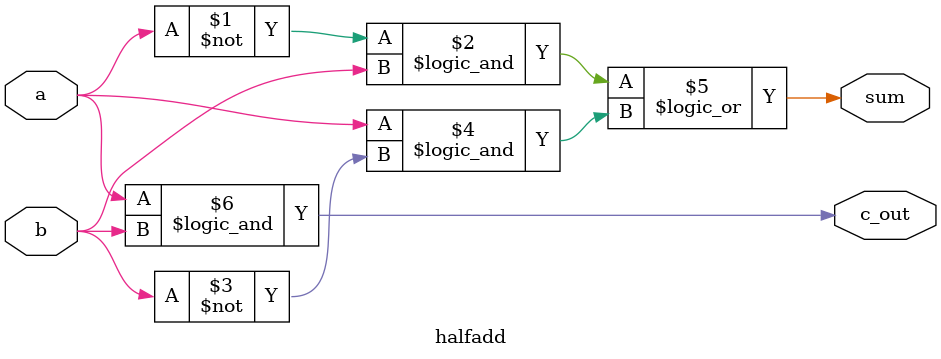
<source format=v>
module halfadd(sum, c_out, a, b);

    input a, b;
    output sum, c_out;

    assign sum = (~a && b) || (a && ~b);
    assign c_out = (a && b);

endmodule
</source>
